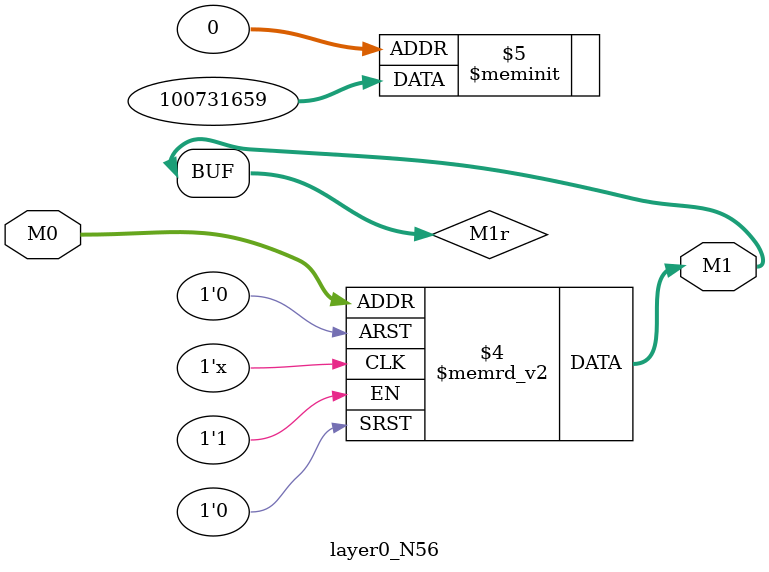
<source format=v>
module layer0_N56 ( input [3:0] M0, output [1:0] M1 );

	(*rom_style = "distributed" *) reg [1:0] M1r;
	assign M1 = M1r;
	always @ (M0) begin
		case (M0)
			4'b0000: M1r = 2'b11;
			4'b1000: M1r = 2'b01;
			4'b0100: M1r = 2'b11;
			4'b1100: M1r = 2'b10;
			4'b0010: M1r = 2'b00;
			4'b1010: M1r = 2'b00;
			4'b0110: M1r = 2'b00;
			4'b1110: M1r = 2'b00;
			4'b0001: M1r = 2'b10;
			4'b1001: M1r = 2'b00;
			4'b0101: M1r = 2'b10;
			4'b1101: M1r = 2'b01;
			4'b0011: M1r = 2'b00;
			4'b1011: M1r = 2'b00;
			4'b0111: M1r = 2'b00;
			4'b1111: M1r = 2'b00;

		endcase
	end
endmodule

</source>
